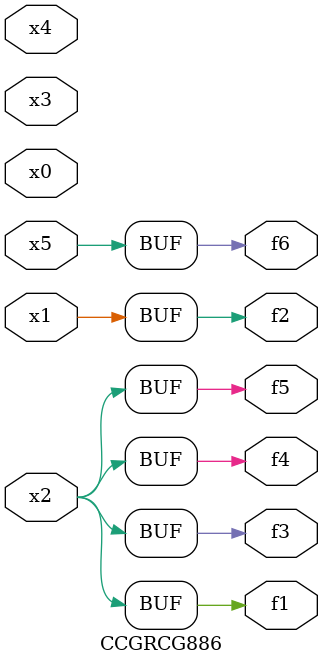
<source format=v>
module CCGRCG886(
	input x0, x1, x2, x3, x4, x5,
	output f1, f2, f3, f4, f5, f6
);
	assign f1 = x2;
	assign f2 = x1;
	assign f3 = x2;
	assign f4 = x2;
	assign f5 = x2;
	assign f6 = x5;
endmodule

</source>
